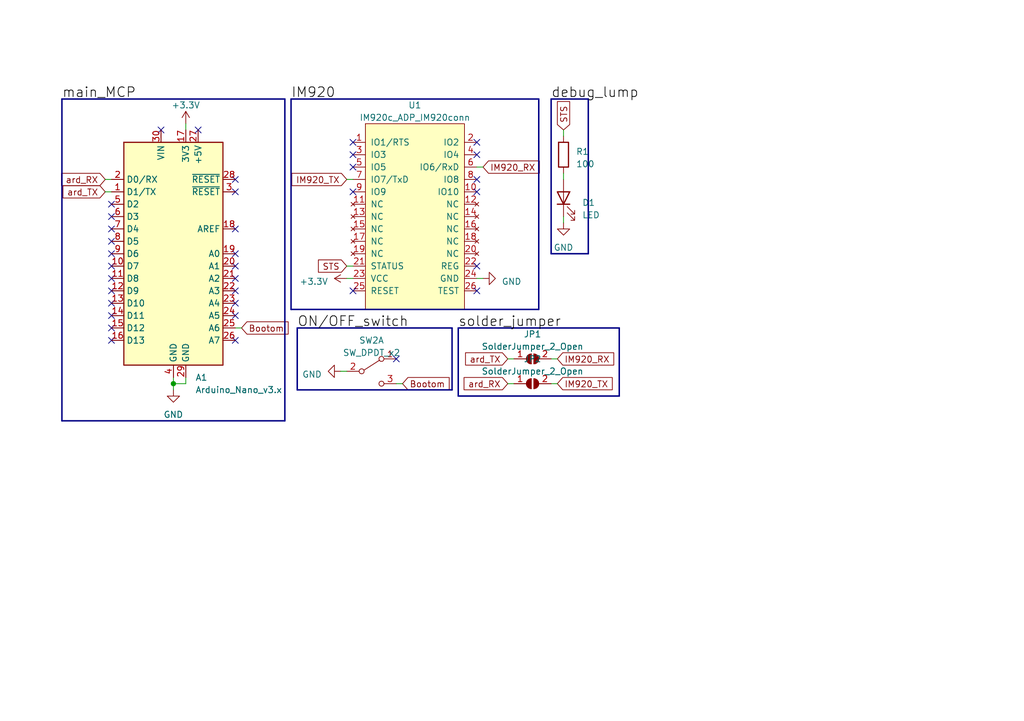
<source format=kicad_sch>
(kicad_sch (version 20230121) (generator eeschema)

  (uuid 2ad925b5-1623-4624-990e-7421faf7db80)

  (paper "A5")

  (lib_symbols
    (symbol "Device:LED" (pin_numbers hide) (pin_names (offset 1.016) hide) (in_bom yes) (on_board yes)
      (property "Reference" "D" (at 0 2.54 0)
        (effects (font (size 1.27 1.27)))
      )
      (property "Value" "LED" (at 0 -2.54 0)
        (effects (font (size 1.27 1.27)))
      )
      (property "Footprint" "" (at 0 0 0)
        (effects (font (size 1.27 1.27)) hide)
      )
      (property "Datasheet" "~" (at 0 0 0)
        (effects (font (size 1.27 1.27)) hide)
      )
      (property "ki_keywords" "LED diode" (at 0 0 0)
        (effects (font (size 1.27 1.27)) hide)
      )
      (property "ki_description" "Light emitting diode" (at 0 0 0)
        (effects (font (size 1.27 1.27)) hide)
      )
      (property "ki_fp_filters" "LED* LED_SMD:* LED_THT:*" (at 0 0 0)
        (effects (font (size 1.27 1.27)) hide)
      )
      (symbol "LED_0_1"
        (polyline
          (pts
            (xy -1.27 -1.27)
            (xy -1.27 1.27)
          )
          (stroke (width 0.254) (type default))
          (fill (type none))
        )
        (polyline
          (pts
            (xy -1.27 0)
            (xy 1.27 0)
          )
          (stroke (width 0) (type default))
          (fill (type none))
        )
        (polyline
          (pts
            (xy 1.27 -1.27)
            (xy 1.27 1.27)
            (xy -1.27 0)
            (xy 1.27 -1.27)
          )
          (stroke (width 0.254) (type default))
          (fill (type none))
        )
        (polyline
          (pts
            (xy -3.048 -0.762)
            (xy -4.572 -2.286)
            (xy -3.81 -2.286)
            (xy -4.572 -2.286)
            (xy -4.572 -1.524)
          )
          (stroke (width 0) (type default))
          (fill (type none))
        )
        (polyline
          (pts
            (xy -1.778 -0.762)
            (xy -3.302 -2.286)
            (xy -2.54 -2.286)
            (xy -3.302 -2.286)
            (xy -3.302 -1.524)
          )
          (stroke (width 0) (type default))
          (fill (type none))
        )
      )
      (symbol "LED_1_1"
        (pin passive line (at -3.81 0 0) (length 2.54)
          (name "K" (effects (font (size 1.27 1.27))))
          (number "1" (effects (font (size 1.27 1.27))))
        )
        (pin passive line (at 3.81 0 180) (length 2.54)
          (name "A" (effects (font (size 1.27 1.27))))
          (number "2" (effects (font (size 1.27 1.27))))
        )
      )
    )
    (symbol "Device:R" (pin_numbers hide) (pin_names (offset 0)) (in_bom yes) (on_board yes)
      (property "Reference" "R" (at 2.032 0 90)
        (effects (font (size 1.27 1.27)))
      )
      (property "Value" "R" (at 0 0 90)
        (effects (font (size 1.27 1.27)))
      )
      (property "Footprint" "" (at -1.778 0 90)
        (effects (font (size 1.27 1.27)) hide)
      )
      (property "Datasheet" "~" (at 0 0 0)
        (effects (font (size 1.27 1.27)) hide)
      )
      (property "ki_keywords" "R res resistor" (at 0 0 0)
        (effects (font (size 1.27 1.27)) hide)
      )
      (property "ki_description" "Resistor" (at 0 0 0)
        (effects (font (size 1.27 1.27)) hide)
      )
      (property "ki_fp_filters" "R_*" (at 0 0 0)
        (effects (font (size 1.27 1.27)) hide)
      )
      (symbol "R_0_1"
        (rectangle (start -1.016 -2.54) (end 1.016 2.54)
          (stroke (width 0.254) (type default))
          (fill (type none))
        )
      )
      (symbol "R_1_1"
        (pin passive line (at 0 3.81 270) (length 1.27)
          (name "~" (effects (font (size 1.27 1.27))))
          (number "1" (effects (font (size 1.27 1.27))))
        )
        (pin passive line (at 0 -3.81 90) (length 1.27)
          (name "~" (effects (font (size 1.27 1.27))))
          (number "2" (effects (font (size 1.27 1.27))))
        )
      )
    )
    (symbol "IM920:IM920c_ADP_IM920conn" (pin_names (offset 1.016)) (in_bom yes) (on_board yes)
      (property "Reference" "U" (at 0 13.97 0)
        (effects (font (size 1.27 1.27)))
      )
      (property "Value" "IM920c_ADP_IM920conn" (at 0 -26.67 0)
        (effects (font (size 1.27 1.27)))
      )
      (property "Footprint" "interplan:IM920(IM920c_ADP)" (at 0 13.97 0)
        (effects (font (size 1.27 1.27)) hide)
      )
      (property "Datasheet" "" (at 0 13.97 0)
        (effects (font (size 1.27 1.27)) hide)
      )
      (symbol "IM920c_ADP_IM920conn_0_1"
        (rectangle (start 10.16 12.7) (end -10.16 -25.4)
          (stroke (width 0) (type solid))
          (fill (type background))
        )
      )
      (symbol "IM920c_ADP_IM920conn_1_1"
        (pin input line (at -12.7 8.89 0) (length 2.54)
          (name "IO1/RTS" (effects (font (size 1.27 1.27))))
          (number "1" (effects (font (size 1.27 1.27))))
        )
        (pin input line (at 12.7 -1.27 180) (length 2.54)
          (name "IO10" (effects (font (size 1.27 1.27))))
          (number "10" (effects (font (size 1.27 1.27))))
        )
        (pin no_connect line (at -12.7 -3.81 0) (length 2.54)
          (name "NC" (effects (font (size 1.27 1.27))))
          (number "11" (effects (font (size 1.27 1.27))))
        )
        (pin no_connect line (at 12.7 -3.81 180) (length 2.54)
          (name "NC" (effects (font (size 1.27 1.27))))
          (number "12" (effects (font (size 1.27 1.27))))
        )
        (pin no_connect line (at -12.7 -6.35 0) (length 2.54)
          (name "NC" (effects (font (size 1.27 1.27))))
          (number "13" (effects (font (size 1.27 1.27))))
        )
        (pin no_connect line (at 12.7 -6.35 180) (length 2.54)
          (name "NC" (effects (font (size 1.27 1.27))))
          (number "14" (effects (font (size 1.27 1.27))))
        )
        (pin no_connect line (at -12.7 -8.89 0) (length 2.54)
          (name "NC" (effects (font (size 1.27 1.27))))
          (number "15" (effects (font (size 1.27 1.27))))
        )
        (pin no_connect line (at 12.7 -8.89 180) (length 2.54)
          (name "NC" (effects (font (size 1.27 1.27))))
          (number "16" (effects (font (size 1.27 1.27))))
        )
        (pin no_connect line (at -12.7 -11.43 0) (length 2.54)
          (name "NC" (effects (font (size 1.27 1.27))))
          (number "17" (effects (font (size 1.27 1.27))))
        )
        (pin no_connect line (at 12.7 -11.43 180) (length 2.54)
          (name "NC" (effects (font (size 1.27 1.27))))
          (number "18" (effects (font (size 1.27 1.27))))
        )
        (pin no_connect line (at -12.7 -13.97 0) (length 2.54)
          (name "NC" (effects (font (size 1.27 1.27))))
          (number "19" (effects (font (size 1.27 1.27))))
        )
        (pin input line (at 12.7 8.89 180) (length 2.54)
          (name "IO2" (effects (font (size 1.27 1.27))))
          (number "2" (effects (font (size 1.27 1.27))))
        )
        (pin no_connect line (at 12.7 -13.97 180) (length 2.54)
          (name "NC" (effects (font (size 1.27 1.27))))
          (number "20" (effects (font (size 1.27 1.27))))
        )
        (pin input line (at -12.7 -16.51 0) (length 2.54)
          (name "STATUS" (effects (font (size 1.27 1.27))))
          (number "21" (effects (font (size 1.27 1.27))))
        )
        (pin input line (at 12.7 -16.51 180) (length 2.54)
          (name "REG" (effects (font (size 1.27 1.27))))
          (number "22" (effects (font (size 1.27 1.27))))
        )
        (pin input line (at -12.7 -19.05 0) (length 2.54)
          (name "VCC" (effects (font (size 1.27 1.27))))
          (number "23" (effects (font (size 1.27 1.27))))
        )
        (pin input line (at 12.7 -19.05 180) (length 2.54)
          (name "GND" (effects (font (size 1.27 1.27))))
          (number "24" (effects (font (size 1.27 1.27))))
        )
        (pin input line (at -12.7 -21.59 0) (length 2.54)
          (name "RESET" (effects (font (size 1.27 1.27))))
          (number "25" (effects (font (size 1.27 1.27))))
        )
        (pin input line (at 12.7 -21.59 180) (length 2.54)
          (name "TEST" (effects (font (size 1.27 1.27))))
          (number "26" (effects (font (size 1.27 1.27))))
        )
        (pin input line (at -12.7 6.35 0) (length 2.54)
          (name "IO3" (effects (font (size 1.27 1.27))))
          (number "3" (effects (font (size 1.27 1.27))))
        )
        (pin input line (at 12.7 6.35 180) (length 2.54)
          (name "IO4" (effects (font (size 1.27 1.27))))
          (number "4" (effects (font (size 1.27 1.27))))
        )
        (pin input line (at -12.7 3.81 0) (length 2.54)
          (name "IO5" (effects (font (size 1.27 1.27))))
          (number "5" (effects (font (size 1.27 1.27))))
        )
        (pin input line (at 12.7 3.81 180) (length 2.54)
          (name "IO6/RxD" (effects (font (size 1.27 1.27))))
          (number "6" (effects (font (size 1.27 1.27))))
        )
        (pin input line (at -12.7 1.27 0) (length 2.54)
          (name "IO7/TxD" (effects (font (size 1.27 1.27))))
          (number "7" (effects (font (size 1.27 1.27))))
        )
        (pin input line (at 12.7 1.27 180) (length 2.54)
          (name "IO8" (effects (font (size 1.27 1.27))))
          (number "8" (effects (font (size 1.27 1.27))))
        )
        (pin input line (at -12.7 -1.27 0) (length 2.54)
          (name "IO9" (effects (font (size 1.27 1.27))))
          (number "9" (effects (font (size 1.27 1.27))))
        )
      )
    )
    (symbol "Jumper:SolderJumper_2_Open" (pin_names (offset 0) hide) (in_bom yes) (on_board yes)
      (property "Reference" "JP" (at 0 2.032 0)
        (effects (font (size 1.27 1.27)))
      )
      (property "Value" "SolderJumper_2_Open" (at 0 -2.54 0)
        (effects (font (size 1.27 1.27)))
      )
      (property "Footprint" "" (at 0 0 0)
        (effects (font (size 1.27 1.27)) hide)
      )
      (property "Datasheet" "~" (at 0 0 0)
        (effects (font (size 1.27 1.27)) hide)
      )
      (property "ki_keywords" "solder jumper SPST" (at 0 0 0)
        (effects (font (size 1.27 1.27)) hide)
      )
      (property "ki_description" "Solder Jumper, 2-pole, open" (at 0 0 0)
        (effects (font (size 1.27 1.27)) hide)
      )
      (property "ki_fp_filters" "SolderJumper*Open*" (at 0 0 0)
        (effects (font (size 1.27 1.27)) hide)
      )
      (symbol "SolderJumper_2_Open_0_1"
        (arc (start -0.254 1.016) (mid -1.2656 0) (end -0.254 -1.016)
          (stroke (width 0) (type default))
          (fill (type none))
        )
        (arc (start -0.254 1.016) (mid -1.2656 0) (end -0.254 -1.016)
          (stroke (width 0) (type default))
          (fill (type outline))
        )
        (polyline
          (pts
            (xy -0.254 1.016)
            (xy -0.254 -1.016)
          )
          (stroke (width 0) (type default))
          (fill (type none))
        )
        (polyline
          (pts
            (xy 0.254 1.016)
            (xy 0.254 -1.016)
          )
          (stroke (width 0) (type default))
          (fill (type none))
        )
        (arc (start 0.254 -1.016) (mid 1.2656 0) (end 0.254 1.016)
          (stroke (width 0) (type default))
          (fill (type none))
        )
        (arc (start 0.254 -1.016) (mid 1.2656 0) (end 0.254 1.016)
          (stroke (width 0) (type default))
          (fill (type outline))
        )
      )
      (symbol "SolderJumper_2_Open_1_1"
        (pin passive line (at -3.81 0 0) (length 2.54)
          (name "A" (effects (font (size 1.27 1.27))))
          (number "1" (effects (font (size 1.27 1.27))))
        )
        (pin passive line (at 3.81 0 180) (length 2.54)
          (name "B" (effects (font (size 1.27 1.27))))
          (number "2" (effects (font (size 1.27 1.27))))
        )
      )
    )
    (symbol "MCU_Module:Arduino_Nano_v3.x" (in_bom yes) (on_board yes)
      (property "Reference" "A" (at -10.16 23.495 0)
        (effects (font (size 1.27 1.27)) (justify left bottom))
      )
      (property "Value" "Arduino_Nano_v3.x" (at 5.08 -24.13 0)
        (effects (font (size 1.27 1.27)) (justify left top))
      )
      (property "Footprint" "Module:Arduino_Nano" (at 0 0 0)
        (effects (font (size 1.27 1.27) italic) hide)
      )
      (property "Datasheet" "http://www.mouser.com/pdfdocs/Gravitech_Arduino_Nano3_0.pdf" (at 0 0 0)
        (effects (font (size 1.27 1.27)) hide)
      )
      (property "ki_keywords" "Arduino nano microcontroller module USB" (at 0 0 0)
        (effects (font (size 1.27 1.27)) hide)
      )
      (property "ki_description" "Arduino Nano v3.x" (at 0 0 0)
        (effects (font (size 1.27 1.27)) hide)
      )
      (property "ki_fp_filters" "Arduino*Nano*" (at 0 0 0)
        (effects (font (size 1.27 1.27)) hide)
      )
      (symbol "Arduino_Nano_v3.x_0_1"
        (rectangle (start -10.16 22.86) (end 10.16 -22.86)
          (stroke (width 0.254) (type default))
          (fill (type background))
        )
      )
      (symbol "Arduino_Nano_v3.x_1_1"
        (pin bidirectional line (at -12.7 12.7 0) (length 2.54)
          (name "D1/TX" (effects (font (size 1.27 1.27))))
          (number "1" (effects (font (size 1.27 1.27))))
        )
        (pin bidirectional line (at -12.7 -2.54 0) (length 2.54)
          (name "D7" (effects (font (size 1.27 1.27))))
          (number "10" (effects (font (size 1.27 1.27))))
        )
        (pin bidirectional line (at -12.7 -5.08 0) (length 2.54)
          (name "D8" (effects (font (size 1.27 1.27))))
          (number "11" (effects (font (size 1.27 1.27))))
        )
        (pin bidirectional line (at -12.7 -7.62 0) (length 2.54)
          (name "D9" (effects (font (size 1.27 1.27))))
          (number "12" (effects (font (size 1.27 1.27))))
        )
        (pin bidirectional line (at -12.7 -10.16 0) (length 2.54)
          (name "D10" (effects (font (size 1.27 1.27))))
          (number "13" (effects (font (size 1.27 1.27))))
        )
        (pin bidirectional line (at -12.7 -12.7 0) (length 2.54)
          (name "D11" (effects (font (size 1.27 1.27))))
          (number "14" (effects (font (size 1.27 1.27))))
        )
        (pin bidirectional line (at -12.7 -15.24 0) (length 2.54)
          (name "D12" (effects (font (size 1.27 1.27))))
          (number "15" (effects (font (size 1.27 1.27))))
        )
        (pin bidirectional line (at -12.7 -17.78 0) (length 2.54)
          (name "D13" (effects (font (size 1.27 1.27))))
          (number "16" (effects (font (size 1.27 1.27))))
        )
        (pin power_out line (at 2.54 25.4 270) (length 2.54)
          (name "3V3" (effects (font (size 1.27 1.27))))
          (number "17" (effects (font (size 1.27 1.27))))
        )
        (pin input line (at 12.7 5.08 180) (length 2.54)
          (name "AREF" (effects (font (size 1.27 1.27))))
          (number "18" (effects (font (size 1.27 1.27))))
        )
        (pin bidirectional line (at 12.7 0 180) (length 2.54)
          (name "A0" (effects (font (size 1.27 1.27))))
          (number "19" (effects (font (size 1.27 1.27))))
        )
        (pin bidirectional line (at -12.7 15.24 0) (length 2.54)
          (name "D0/RX" (effects (font (size 1.27 1.27))))
          (number "2" (effects (font (size 1.27 1.27))))
        )
        (pin bidirectional line (at 12.7 -2.54 180) (length 2.54)
          (name "A1" (effects (font (size 1.27 1.27))))
          (number "20" (effects (font (size 1.27 1.27))))
        )
        (pin bidirectional line (at 12.7 -5.08 180) (length 2.54)
          (name "A2" (effects (font (size 1.27 1.27))))
          (number "21" (effects (font (size 1.27 1.27))))
        )
        (pin bidirectional line (at 12.7 -7.62 180) (length 2.54)
          (name "A3" (effects (font (size 1.27 1.27))))
          (number "22" (effects (font (size 1.27 1.27))))
        )
        (pin bidirectional line (at 12.7 -10.16 180) (length 2.54)
          (name "A4" (effects (font (size 1.27 1.27))))
          (number "23" (effects (font (size 1.27 1.27))))
        )
        (pin bidirectional line (at 12.7 -12.7 180) (length 2.54)
          (name "A5" (effects (font (size 1.27 1.27))))
          (number "24" (effects (font (size 1.27 1.27))))
        )
        (pin bidirectional line (at 12.7 -15.24 180) (length 2.54)
          (name "A6" (effects (font (size 1.27 1.27))))
          (number "25" (effects (font (size 1.27 1.27))))
        )
        (pin bidirectional line (at 12.7 -17.78 180) (length 2.54)
          (name "A7" (effects (font (size 1.27 1.27))))
          (number "26" (effects (font (size 1.27 1.27))))
        )
        (pin power_out line (at 5.08 25.4 270) (length 2.54)
          (name "+5V" (effects (font (size 1.27 1.27))))
          (number "27" (effects (font (size 1.27 1.27))))
        )
        (pin input line (at 12.7 15.24 180) (length 2.54)
          (name "~{RESET}" (effects (font (size 1.27 1.27))))
          (number "28" (effects (font (size 1.27 1.27))))
        )
        (pin power_in line (at 2.54 -25.4 90) (length 2.54)
          (name "GND" (effects (font (size 1.27 1.27))))
          (number "29" (effects (font (size 1.27 1.27))))
        )
        (pin input line (at 12.7 12.7 180) (length 2.54)
          (name "~{RESET}" (effects (font (size 1.27 1.27))))
          (number "3" (effects (font (size 1.27 1.27))))
        )
        (pin power_in line (at -2.54 25.4 270) (length 2.54)
          (name "VIN" (effects (font (size 1.27 1.27))))
          (number "30" (effects (font (size 1.27 1.27))))
        )
        (pin power_in line (at 0 -25.4 90) (length 2.54)
          (name "GND" (effects (font (size 1.27 1.27))))
          (number "4" (effects (font (size 1.27 1.27))))
        )
        (pin bidirectional line (at -12.7 10.16 0) (length 2.54)
          (name "D2" (effects (font (size 1.27 1.27))))
          (number "5" (effects (font (size 1.27 1.27))))
        )
        (pin bidirectional line (at -12.7 7.62 0) (length 2.54)
          (name "D3" (effects (font (size 1.27 1.27))))
          (number "6" (effects (font (size 1.27 1.27))))
        )
        (pin bidirectional line (at -12.7 5.08 0) (length 2.54)
          (name "D4" (effects (font (size 1.27 1.27))))
          (number "7" (effects (font (size 1.27 1.27))))
        )
        (pin bidirectional line (at -12.7 2.54 0) (length 2.54)
          (name "D5" (effects (font (size 1.27 1.27))))
          (number "8" (effects (font (size 1.27 1.27))))
        )
        (pin bidirectional line (at -12.7 0 0) (length 2.54)
          (name "D6" (effects (font (size 1.27 1.27))))
          (number "9" (effects (font (size 1.27 1.27))))
        )
      )
    )
    (symbol "Switch:SW_DPDT_x2" (pin_names (offset 0) hide) (in_bom yes) (on_board yes)
      (property "Reference" "SW" (at 0 4.318 0)
        (effects (font (size 1.27 1.27)))
      )
      (property "Value" "SW_DPDT_x2" (at 0 -5.08 0)
        (effects (font (size 1.27 1.27)))
      )
      (property "Footprint" "" (at 0 0 0)
        (effects (font (size 1.27 1.27)) hide)
      )
      (property "Datasheet" "~" (at 0 0 0)
        (effects (font (size 1.27 1.27)) hide)
      )
      (property "ki_keywords" "switch dual-pole double-throw DPDT spdt ON-ON" (at 0 0 0)
        (effects (font (size 1.27 1.27)) hide)
      )
      (property "ki_description" "Switch, dual pole double throw, separate symbols" (at 0 0 0)
        (effects (font (size 1.27 1.27)) hide)
      )
      (property "ki_fp_filters" "SW*DPDT*" (at 0 0 0)
        (effects (font (size 1.27 1.27)) hide)
      )
      (symbol "SW_DPDT_x2_0_0"
        (circle (center -2.032 0) (radius 0.508)
          (stroke (width 0) (type default))
          (fill (type none))
        )
        (circle (center 2.032 -2.54) (radius 0.508)
          (stroke (width 0) (type default))
          (fill (type none))
        )
      )
      (symbol "SW_DPDT_x2_0_1"
        (polyline
          (pts
            (xy -1.524 0.254)
            (xy 1.651 2.286)
          )
          (stroke (width 0) (type default))
          (fill (type none))
        )
        (circle (center 2.032 2.54) (radius 0.508)
          (stroke (width 0) (type default))
          (fill (type none))
        )
      )
      (symbol "SW_DPDT_x2_1_1"
        (pin passive line (at 5.08 2.54 180) (length 2.54)
          (name "A" (effects (font (size 1.27 1.27))))
          (number "1" (effects (font (size 1.27 1.27))))
        )
        (pin passive line (at -5.08 0 0) (length 2.54)
          (name "B" (effects (font (size 1.27 1.27))))
          (number "2" (effects (font (size 1.27 1.27))))
        )
        (pin passive line (at 5.08 -2.54 180) (length 2.54)
          (name "C" (effects (font (size 1.27 1.27))))
          (number "3" (effects (font (size 1.27 1.27))))
        )
      )
      (symbol "SW_DPDT_x2_2_1"
        (pin passive line (at 5.08 2.54 180) (length 2.54)
          (name "A" (effects (font (size 1.27 1.27))))
          (number "4" (effects (font (size 1.27 1.27))))
        )
        (pin passive line (at -5.08 0 0) (length 2.54)
          (name "B" (effects (font (size 1.27 1.27))))
          (number "5" (effects (font (size 1.27 1.27))))
        )
        (pin passive line (at 5.08 -2.54 180) (length 2.54)
          (name "C" (effects (font (size 1.27 1.27))))
          (number "6" (effects (font (size 1.27 1.27))))
        )
      )
    )
    (symbol "power:+3.3V" (power) (pin_names (offset 0)) (in_bom yes) (on_board yes)
      (property "Reference" "#PWR" (at 0 -3.81 0)
        (effects (font (size 1.27 1.27)) hide)
      )
      (property "Value" "+3.3V" (at 0 3.556 0)
        (effects (font (size 1.27 1.27)))
      )
      (property "Footprint" "" (at 0 0 0)
        (effects (font (size 1.27 1.27)) hide)
      )
      (property "Datasheet" "" (at 0 0 0)
        (effects (font (size 1.27 1.27)) hide)
      )
      (property "ki_keywords" "global power" (at 0 0 0)
        (effects (font (size 1.27 1.27)) hide)
      )
      (property "ki_description" "Power symbol creates a global label with name \"+3.3V\"" (at 0 0 0)
        (effects (font (size 1.27 1.27)) hide)
      )
      (symbol "+3.3V_0_1"
        (polyline
          (pts
            (xy -0.762 1.27)
            (xy 0 2.54)
          )
          (stroke (width 0) (type default))
          (fill (type none))
        )
        (polyline
          (pts
            (xy 0 0)
            (xy 0 2.54)
          )
          (stroke (width 0) (type default))
          (fill (type none))
        )
        (polyline
          (pts
            (xy 0 2.54)
            (xy 0.762 1.27)
          )
          (stroke (width 0) (type default))
          (fill (type none))
        )
      )
      (symbol "+3.3V_1_1"
        (pin power_in line (at 0 0 90) (length 0) hide
          (name "+3.3V" (effects (font (size 1.27 1.27))))
          (number "1" (effects (font (size 1.27 1.27))))
        )
      )
    )
    (symbol "power:GND" (power) (pin_names (offset 0)) (in_bom yes) (on_board yes)
      (property "Reference" "#PWR" (at 0 -6.35 0)
        (effects (font (size 1.27 1.27)) hide)
      )
      (property "Value" "GND" (at 0 -3.81 0)
        (effects (font (size 1.27 1.27)))
      )
      (property "Footprint" "" (at 0 0 0)
        (effects (font (size 1.27 1.27)) hide)
      )
      (property "Datasheet" "" (at 0 0 0)
        (effects (font (size 1.27 1.27)) hide)
      )
      (property "ki_keywords" "global power" (at 0 0 0)
        (effects (font (size 1.27 1.27)) hide)
      )
      (property "ki_description" "Power symbol creates a global label with name \"GND\" , ground" (at 0 0 0)
        (effects (font (size 1.27 1.27)) hide)
      )
      (symbol "GND_0_1"
        (polyline
          (pts
            (xy 0 0)
            (xy 0 -1.27)
            (xy 1.27 -1.27)
            (xy 0 -2.54)
            (xy -1.27 -1.27)
            (xy 0 -1.27)
          )
          (stroke (width 0) (type default))
          (fill (type none))
        )
      )
      (symbol "GND_1_1"
        (pin power_in line (at 0 0 270) (length 0) hide
          (name "GND" (effects (font (size 1.27 1.27))))
          (number "1" (effects (font (size 1.27 1.27))))
        )
      )
    )
  )

  (junction (at 35.56 78.74) (diameter 0) (color 0 0 0 0)
    (uuid 210071d3-586e-4cee-9771-150f6ab991d1)
  )

  (no_connect (at 22.86 52.07) (uuid 04d449f8-fc6f-43ec-9ee8-11e333015a6a))
  (no_connect (at 72.39 34.29) (uuid 096ac3a7-8028-4b86-9dc2-b8e2ab8cc699))
  (no_connect (at 22.86 49.53) (uuid 122a4367-65b8-4a93-b26f-a9887d940789))
  (no_connect (at 48.26 69.85) (uuid 193b934a-524d-423c-8cd9-08e1c478e1e1))
  (no_connect (at 33.02 26.67) (uuid 1cc3572d-1a49-447a-9ec7-e5babf3b3235))
  (no_connect (at 97.79 54.61) (uuid 203d4f24-9c40-4f04-aa24-afb53c1940aa))
  (no_connect (at 72.39 31.75) (uuid 20511043-bcd0-4e1d-b5a8-6eba5eb29b7f))
  (no_connect (at 40.64 26.67) (uuid 2464c0b1-41ae-4aa3-a72a-8639166f3c9b))
  (no_connect (at 97.79 29.21) (uuid 279e1f2a-765a-4003-993f-5cde9878f83c))
  (no_connect (at 97.79 59.69) (uuid 2d3ec486-67fe-4d7a-8b5e-e559898a72a2))
  (no_connect (at 22.86 54.61) (uuid 4a73932c-0864-46ad-94c5-0e1a369fb964))
  (no_connect (at 22.86 64.77) (uuid 4ced6df5-7a82-470a-84d2-12bd326287b5))
  (no_connect (at 22.86 46.99) (uuid 551126f6-e05b-4683-baab-d9fea2ce5a51))
  (no_connect (at 48.26 46.99) (uuid 6ccc3e4c-fafe-4380-922a-687c6bd52ecb))
  (no_connect (at 81.28 73.66) (uuid 6e4414ab-a6fe-4e27-82e7-7fe9dc6896c1))
  (no_connect (at 48.26 36.83) (uuid 6fa59f8a-7869-4c39-83f8-dd0023fecec4))
  (no_connect (at 48.26 54.61) (uuid 86b3992d-bd58-498c-9ed6-a3f21dd7d717))
  (no_connect (at 22.86 59.69) (uuid 89c96be9-ce42-4852-aa90-bebdce2aa20e))
  (no_connect (at 22.86 41.91) (uuid 964bdae9-98e1-4a13-b705-cb6cafc74a70))
  (no_connect (at 97.79 39.37) (uuid a967a7ab-e67e-44f9-9f7e-9023bb7dbde8))
  (no_connect (at 48.26 62.23) (uuid ac2d559b-8c08-42e9-a445-35ba2f9fc171))
  (no_connect (at 48.26 64.77) (uuid add3bfee-3996-46a9-b9ca-e7908673da95))
  (no_connect (at 22.86 44.45) (uuid b6c3127a-c205-4712-9c68-eaafbba1f68b))
  (no_connect (at 97.79 31.75) (uuid bf4cad41-ac9d-4faa-a425-d8731ca9b08f))
  (no_connect (at 48.26 39.37) (uuid c5c9e3c5-6990-4e23-9918-95e7e1c915e4))
  (no_connect (at 72.39 29.21) (uuid c6e37bdb-32c9-4988-bdd7-fc5f87f34133))
  (no_connect (at 22.86 69.85) (uuid ce10e833-4925-49a0-9f5a-34f9e7e721d5))
  (no_connect (at 48.26 59.69) (uuid d487f00e-8d9e-431e-aec7-b42945642e2a))
  (no_connect (at 48.26 57.15) (uuid d4b474c2-a0c3-4aa7-9ccb-26a841c82f9a))
  (no_connect (at 22.86 67.31) (uuid e2dcef80-73f9-4422-a1d3-8f06983e3e18))
  (no_connect (at 72.39 59.69) (uuid eab20119-f03a-4e22-ab60-9f002d6ca035))
  (no_connect (at 97.79 36.83) (uuid eeb4f269-e7a3-444f-9e3c-551d0512705b))
  (no_connect (at 72.39 39.37) (uuid f0f7631a-c1b0-4f57-a227-cd6276ff365f))
  (no_connect (at 22.86 57.15) (uuid f13b17d1-4c61-4068-8662-f965966c2770))
  (no_connect (at 22.86 62.23) (uuid f86e71a6-85e7-4b38-ba74-f986cbbca844))
  (no_connect (at 48.26 52.07) (uuid f91a8520-2d74-429f-93e2-f154da111b81))

  (wire (pts (xy 69.85 76.2) (xy 71.12 76.2))
    (stroke (width 0) (type default))
    (uuid 020adab6-62fe-4e2f-9c7a-bee330335ec8)
  )
  (bus (pts (xy 113.03 20.32) (xy 113.03 52.07))
    (stroke (width 0) (type default))
    (uuid 06f24988-337c-4bd7-9b98-94d5142ab6ab)
  )

  (wire (pts (xy 21.59 39.37) (xy 22.86 39.37))
    (stroke (width 0) (type default))
    (uuid 1122665e-8ed7-4ad7-8d2d-762e0c08df8a)
  )
  (wire (pts (xy 71.12 36.83) (xy 72.39 36.83))
    (stroke (width 0) (type default))
    (uuid 1499f159-40f4-4d8c-840f-b60072f897e2)
  )
  (bus (pts (xy 60.96 67.31) (xy 60.96 80.01))
    (stroke (width 0) (type default))
    (uuid 1ea9ce48-661d-4b49-9e38-0f49b7ad51b7)
  )
  (bus (pts (xy 120.65 52.07) (xy 120.65 20.32))
    (stroke (width 0) (type default))
    (uuid 2f181265-c42d-49c7-b9e9-aa32bfcfa427)
  )

  (wire (pts (xy 38.1 25.4) (xy 38.1 26.67))
    (stroke (width 0) (type default))
    (uuid 3260a8a1-314c-4596-bc71-e972237c9015)
  )
  (bus (pts (xy 60.96 67.31) (xy 92.71 67.31))
    (stroke (width 0) (type default))
    (uuid 3537892e-83b3-41c3-9ab4-29a8005e73ae)
  )

  (wire (pts (xy 35.56 77.47) (xy 35.56 78.74))
    (stroke (width 0) (type default))
    (uuid 419b7ec9-5e14-4212-b37d-b8619e66430d)
  )
  (wire (pts (xy 113.03 78.74) (xy 114.3 78.74))
    (stroke (width 0) (type default))
    (uuid 534495b3-027e-429e-9953-a8cc75b5693f)
  )
  (wire (pts (xy 48.26 67.31) (xy 49.53 67.31))
    (stroke (width 0) (type default))
    (uuid 53f63d17-f7b3-4fc8-85b4-c94ad00f697d)
  )
  (bus (pts (xy 59.69 20.32) (xy 59.69 63.5))
    (stroke (width 0) (type default))
    (uuid 74b0cc61-e24b-4ce4-a625-6463f96b6280)
  )
  (bus (pts (xy 113.03 20.32) (xy 120.65 20.32))
    (stroke (width 0) (type default))
    (uuid 79ddc994-4785-4e18-96e8-e8a2d977298e)
  )

  (wire (pts (xy 21.59 36.83) (xy 22.86 36.83))
    (stroke (width 0) (type default))
    (uuid 86f52b3d-e8d9-4c57-bca6-92ed2fec5812)
  )
  (wire (pts (xy 115.57 44.45) (xy 115.57 45.72))
    (stroke (width 0) (type default))
    (uuid 8c312c2a-f1cd-420d-83cc-43ae4aaa0c6f)
  )
  (wire (pts (xy 97.79 57.15) (xy 99.06 57.15))
    (stroke (width 0) (type default))
    (uuid 9d1bcffb-dd5b-4784-b650-98bdfa5f2735)
  )
  (bus (pts (xy 113.03 52.07) (xy 120.65 52.07))
    (stroke (width 0) (type default))
    (uuid a35a01ba-c365-489d-be56-6c92b8cd8355)
  )

  (wire (pts (xy 71.12 57.15) (xy 72.39 57.15))
    (stroke (width 0) (type default))
    (uuid a9327570-215e-4344-be25-7b23d7b429b3)
  )
  (bus (pts (xy 110.49 63.5) (xy 110.49 20.32))
    (stroke (width 0) (type default))
    (uuid acb2315a-0d33-4862-a556-68773b8381e0)
  )

  (wire (pts (xy 81.28 78.74) (xy 82.55 78.74))
    (stroke (width 0) (type default))
    (uuid b17cc650-cab2-4116-9b58-ae663a46e9d0)
  )
  (bus (pts (xy 127 81.28) (xy 127 67.31))
    (stroke (width 0) (type default))
    (uuid b2b63627-6d51-41f7-928d-a252f3a50764)
  )
  (bus (pts (xy 12.7 86.36) (xy 58.42 86.36))
    (stroke (width 0) (type default))
    (uuid b4a18552-797f-4384-abf4-01c9824683a0)
  )
  (bus (pts (xy 92.71 67.31) (xy 92.71 80.01))
    (stroke (width 0) (type default))
    (uuid b5157a27-ff33-440e-8cbf-03559aa1952a)
  )

  (wire (pts (xy 104.14 73.66) (xy 105.41 73.66))
    (stroke (width 0) (type default))
    (uuid b563580a-4c24-4518-9464-6f06a0fad4f2)
  )
  (wire (pts (xy 113.03 73.66) (xy 114.3 73.66))
    (stroke (width 0) (type default))
    (uuid b6b08922-c864-48c4-8bc1-6f059bfbf5b2)
  )
  (bus (pts (xy 58.42 86.36) (xy 58.42 20.32))
    (stroke (width 0) (type default))
    (uuid ba48041a-4aab-47a3-b372-cb36799dbb7d)
  )

  (wire (pts (xy 38.1 77.47) (xy 38.1 78.74))
    (stroke (width 0) (type default))
    (uuid bb128d8b-2d7e-4a67-be1a-166b1a020e33)
  )
  (wire (pts (xy 35.56 78.74) (xy 35.56 80.01))
    (stroke (width 0) (type default))
    (uuid c7952c7c-3a26-4c34-b8eb-619fc90feeff)
  )
  (bus (pts (xy 93.98 67.31) (xy 127 67.31))
    (stroke (width 0) (type default))
    (uuid caa4d76a-6e63-43f2-9ed3-28fba80d0aa2)
  )
  (bus (pts (xy 12.7 20.32) (xy 12.7 86.36))
    (stroke (width 0) (type default))
    (uuid cf220ed7-f490-4853-b863-a5c412b6eb4e)
  )

  (wire (pts (xy 38.1 78.74) (xy 35.56 78.74))
    (stroke (width 0) (type default))
    (uuid d0dc1b8b-5a3b-46eb-98ae-99c51eeff982)
  )
  (bus (pts (xy 92.71 80.01) (xy 60.96 80.01))
    (stroke (width 0) (type default))
    (uuid d58ed051-de11-4bcb-8a4c-c9a15b644cee)
  )

  (wire (pts (xy 71.12 54.61) (xy 72.39 54.61))
    (stroke (width 0) (type default))
    (uuid d618d8be-cc51-4e53-9ce1-fdade079d233)
  )
  (bus (pts (xy 93.98 81.28) (xy 127 81.28))
    (stroke (width 0) (type default))
    (uuid dde2056b-e3dc-4950-b562-36b5dceabf8e)
  )

  (wire (pts (xy 97.79 34.29) (xy 99.06 34.29))
    (stroke (width 0) (type default))
    (uuid e029da98-b17c-4deb-83ce-613a4a830aac)
  )
  (bus (pts (xy 93.98 67.31) (xy 93.98 81.28))
    (stroke (width 0) (type default))
    (uuid e7a9ab14-2776-49dd-bf46-2072cfd5279c)
  )
  (bus (pts (xy 59.69 63.5) (xy 110.49 63.5))
    (stroke (width 0) (type default))
    (uuid eef16d02-2c5d-4bc3-97f4-acb3e3f7c358)
  )
  (bus (pts (xy 12.7 20.32) (xy 58.42 20.32))
    (stroke (width 0) (type default))
    (uuid f29e6e37-42bf-46e4-acee-fd57945f67b9)
  )
  (bus (pts (xy 59.69 20.32) (xy 110.49 20.32))
    (stroke (width 0) (type default))
    (uuid f9589b4d-563a-4ce2-be43-ff132a15bba9)
  )

  (wire (pts (xy 104.14 78.74) (xy 105.41 78.74))
    (stroke (width 0) (type default))
    (uuid fd195a2d-4cd9-49ba-aa80-a94d04932e86)
  )
  (wire (pts (xy 115.57 26.67) (xy 115.57 27.94))
    (stroke (width 0) (type default))
    (uuid fd6c8f7f-e029-408c-b33b-353a347277cc)
  )
  (wire (pts (xy 115.57 35.56) (xy 115.57 36.83))
    (stroke (width 0) (type default))
    (uuid ffd76dbe-e446-4c5d-b30b-6fb1282edc41)
  )

  (text "IM920" (at 59.69 20.32 0)
    (effects (font (size 2 2) (color 5 5 5 1)) (justify left bottom))
    (uuid 0e5cf322-1a5e-4dfb-b7b2-418618bfbef4)
  )
  (text "main_MCP" (at 12.7 20.32 0)
    (effects (font (size 2 2) (color 5 5 5 1)) (justify left bottom))
    (uuid 0f0807b3-8c80-4a2f-8bf9-4e1265dc8a21)
  )
  (text "ON/OFF_switch" (at 60.96 67.31 0)
    (effects (font (size 2 2) (color 5 5 5 1)) (justify left bottom))
    (uuid 339d04f7-4046-4304-a02a-6d684007de57)
  )
  (text "debug_lump" (at 113.03 20.32 0)
    (effects (font (size 2 2) (color 5 5 5 1)) (justify left bottom))
    (uuid a11888f9-3842-4fe0-b49e-33bcb3957d55)
  )
  (text "solder_jumper" (at 93.98 67.31 0)
    (effects (font (size 2 2) (color 5 5 5 1)) (justify left bottom))
    (uuid e175d960-60c9-4323-b04e-a7f5d6337e5f)
  )

  (global_label "ard_RX" (shape input) (at 104.14 78.74 180) (fields_autoplaced)
    (effects (font (size 1.27 1.27)) (justify right))
    (uuid 00387ce9-30fc-427c-87e3-ec84a724ab1f)
    (property "Intersheetrefs" "${INTERSHEET_REFS}" (at 94.7029 78.74 0)
      (effects (font (size 1.27 1.27)) (justify right) hide)
    )
  )
  (global_label "STS" (shape input) (at 71.12 54.61 180) (fields_autoplaced)
    (effects (font (size 1.27 1.27)) (justify right))
    (uuid 0b62fd60-c1b2-4ee1-a3dd-9c6e159d7702)
    (property "Intersheetrefs" "${INTERSHEET_REFS}" (at 64.8276 54.61 0)
      (effects (font (size 1.27 1.27)) (justify right) hide)
    )
  )
  (global_label "IM920_RX" (shape input) (at 114.3 73.66 0) (fields_autoplaced)
    (effects (font (size 1.27 1.27)) (justify left))
    (uuid 0d49b915-a2a7-4811-9cbd-3189f39ef5f7)
    (property "Intersheetrefs" "${INTERSHEET_REFS}" (at 126.3376 73.66 0)
      (effects (font (size 1.27 1.27)) (justify left) hide)
    )
  )
  (global_label "ard_RX" (shape input) (at 21.59 36.83 180) (fields_autoplaced)
    (effects (font (size 1.27 1.27)) (justify right))
    (uuid 0dded48c-6c39-49a9-8d34-6c87e63e647b)
    (property "Intersheetrefs" "${INTERSHEET_REFS}" (at 12.1529 36.83 0)
      (effects (font (size 1.27 1.27)) (justify right) hide)
    )
  )
  (global_label "ard_TX" (shape input) (at 21.59 39.37 180) (fields_autoplaced)
    (effects (font (size 1.27 1.27)) (justify right))
    (uuid 38277b11-35f9-4df6-8143-95ccdde2b0c5)
    (property "Intersheetrefs" "${INTERSHEET_REFS}" (at 12.4553 39.37 0)
      (effects (font (size 1.27 1.27)) (justify right) hide)
    )
  )
  (global_label "ard_TX" (shape input) (at 104.14 73.66 180) (fields_autoplaced)
    (effects (font (size 1.27 1.27)) (justify right))
    (uuid 3a1d6e0b-8bf9-436b-b89f-c24712bff347)
    (property "Intersheetrefs" "${INTERSHEET_REFS}" (at 95.0053 73.66 0)
      (effects (font (size 1.27 1.27)) (justify right) hide)
    )
  )
  (global_label "IM920_TX" (shape input) (at 71.12 36.83 180) (fields_autoplaced)
    (effects (font (size 1.27 1.27)) (justify right))
    (uuid 8180a30e-a558-4848-9259-71c2529a97b2)
    (property "Intersheetrefs" "${INTERSHEET_REFS}" (at 59.3848 36.83 0)
      (effects (font (size 1.27 1.27)) (justify right) hide)
    )
  )
  (global_label "Bootom" (shape input) (at 82.55 78.74 0) (fields_autoplaced)
    (effects (font (size 1.27 1.27)) (justify left))
    (uuid 8ffca004-bdbf-4a08-9487-cc27454232b5)
    (property "Intersheetrefs" "${INTERSHEET_REFS}" (at 92.5918 78.74 0)
      (effects (font (size 1.27 1.27)) (justify left) hide)
    )
  )
  (global_label "IM920_RX" (shape input) (at 99.06 34.29 0) (fields_autoplaced)
    (effects (font (size 1.27 1.27)) (justify left))
    (uuid bb3d3565-1504-43ca-a38f-04a0e45c451a)
    (property "Intersheetrefs" "${INTERSHEET_REFS}" (at 111.0976 34.29 0)
      (effects (font (size 1.27 1.27)) (justify left) hide)
    )
  )
  (global_label "IM920_TX" (shape input) (at 114.3 78.74 0) (fields_autoplaced)
    (effects (font (size 1.27 1.27)) (justify left))
    (uuid bda37c07-9f30-4a9f-b4de-a00e89a00e60)
    (property "Intersheetrefs" "${INTERSHEET_REFS}" (at 126.0352 78.74 0)
      (effects (font (size 1.27 1.27)) (justify left) hide)
    )
  )
  (global_label "Bootom" (shape input) (at 49.53 67.31 0) (fields_autoplaced)
    (effects (font (size 1.27 1.27)) (justify left))
    (uuid bfac4e4d-3313-46f6-8d4e-0250b763972f)
    (property "Intersheetrefs" "${INTERSHEET_REFS}" (at 59.5718 67.31 0)
      (effects (font (size 1.27 1.27)) (justify left) hide)
    )
  )
  (global_label "STS" (shape input) (at 115.57 26.67 90) (fields_autoplaced)
    (effects (font (size 1.27 1.27)) (justify left))
    (uuid fd7290f2-4c5e-4c32-9c72-0b8f8c7f814f)
    (property "Intersheetrefs" "${INTERSHEET_REFS}" (at 115.57 20.3776 90)
      (effects (font (size 1.27 1.27)) (justify left) hide)
    )
  )

  (symbol (lib_id "Jumper:SolderJumper_2_Open") (at 109.22 73.66 0) (unit 1)
    (in_bom yes) (on_board yes) (dnp no) (fields_autoplaced)
    (uuid 07b3c21a-be86-46f4-8108-3fce83f8df66)
    (property "Reference" "JP1" (at 109.22 68.58 0)
      (effects (font (size 1.27 1.27)))
    )
    (property "Value" "SolderJumper_2_Open" (at 109.22 71.12 0)
      (effects (font (size 1.27 1.27)))
    )
    (property "Footprint" "Connector_PinHeader_2.54mm:PinHeader_1x02_P2.54mm_Vertical" (at 109.22 73.66 0)
      (effects (font (size 1.27 1.27)) hide)
    )
    (property "Datasheet" "~" (at 109.22 73.66 0)
      (effects (font (size 1.27 1.27)) hide)
    )
    (pin "1" (uuid 28ea42c5-34c0-45bb-9101-eac160cfe787))
    (pin "2" (uuid 35c60794-de0b-45ac-85fa-a0b78ade3a65))
    (instances
      (project "RES_project"
        (path "/2ad925b5-1623-4624-990e-7421faf7db80"
          (reference "JP1") (unit 1)
        )
      )
    )
  )

  (symbol (lib_id "power:GND") (at 35.56 80.01 0) (unit 1)
    (in_bom yes) (on_board yes) (dnp no) (fields_autoplaced)
    (uuid 19600742-ed27-484f-a04f-ad1d14e20553)
    (property "Reference" "#PWR02" (at 35.56 86.36 0)
      (effects (font (size 1.27 1.27)) hide)
    )
    (property "Value" "GND" (at 35.56 85.09 0)
      (effects (font (size 1.27 1.27)))
    )
    (property "Footprint" "" (at 35.56 80.01 0)
      (effects (font (size 1.27 1.27)) hide)
    )
    (property "Datasheet" "" (at 35.56 80.01 0)
      (effects (font (size 1.27 1.27)) hide)
    )
    (pin "1" (uuid d2cbffc1-4244-4e42-9a61-52fdfae862c9))
    (instances
      (project "RES_project"
        (path "/2ad925b5-1623-4624-990e-7421faf7db80"
          (reference "#PWR02") (unit 1)
        )
      )
    )
  )

  (symbol (lib_id "power:GND") (at 115.57 45.72 0) (unit 1)
    (in_bom yes) (on_board yes) (dnp no) (fields_autoplaced)
    (uuid 2868bafd-90fc-420e-9ca7-275b23f43312)
    (property "Reference" "#PWR06" (at 115.57 52.07 0)
      (effects (font (size 1.27 1.27)) hide)
    )
    (property "Value" "GND" (at 115.57 50.8 0)
      (effects (font (size 1.27 1.27)))
    )
    (property "Footprint" "" (at 115.57 45.72 0)
      (effects (font (size 1.27 1.27)) hide)
    )
    (property "Datasheet" "" (at 115.57 45.72 0)
      (effects (font (size 1.27 1.27)) hide)
    )
    (pin "1" (uuid 13033725-19cf-4b26-abf0-0018cee6bdf6))
    (instances
      (project "RES_project"
        (path "/2ad925b5-1623-4624-990e-7421faf7db80"
          (reference "#PWR06") (unit 1)
        )
      )
    )
  )

  (symbol (lib_id "power:GND") (at 69.85 76.2 270) (unit 1)
    (in_bom yes) (on_board yes) (dnp no) (fields_autoplaced)
    (uuid 3e99016e-e046-4eb2-864f-8e7370afbdbb)
    (property "Reference" "#PWR05" (at 63.5 76.2 0)
      (effects (font (size 1.27 1.27)) hide)
    )
    (property "Value" "GND" (at 66.04 76.835 90)
      (effects (font (size 1.27 1.27)) (justify right))
    )
    (property "Footprint" "" (at 69.85 76.2 0)
      (effects (font (size 1.27 1.27)) hide)
    )
    (property "Datasheet" "" (at 69.85 76.2 0)
      (effects (font (size 1.27 1.27)) hide)
    )
    (pin "1" (uuid f283808d-b2b5-4a86-b1d3-6f3c7cc7ae46))
    (instances
      (project "RES_project"
        (path "/2ad925b5-1623-4624-990e-7421faf7db80"
          (reference "#PWR05") (unit 1)
        )
      )
    )
  )

  (symbol (lib_id "Device:LED") (at 115.57 40.64 90) (unit 1)
    (in_bom yes) (on_board yes) (dnp no) (fields_autoplaced)
    (uuid 8fd789ac-9715-4f51-8edd-9afebab89c9c)
    (property "Reference" "D1" (at 119.38 41.5925 90)
      (effects (font (size 1.27 1.27)) (justify right))
    )
    (property "Value" "LED" (at 119.38 44.1325 90)
      (effects (font (size 1.27 1.27)) (justify right))
    )
    (property "Footprint" "LED_SMD:LED_0603_1608Metric" (at 115.57 40.64 0)
      (effects (font (size 1.27 1.27)) hide)
    )
    (property "Datasheet" "~" (at 115.57 40.64 0)
      (effects (font (size 1.27 1.27)) hide)
    )
    (pin "1" (uuid 9742c674-552e-40ea-8043-985aa078c058))
    (pin "2" (uuid e874f116-92c9-4632-8998-af59a85c3b2d))
    (instances
      (project "RES_project"
        (path "/2ad925b5-1623-4624-990e-7421faf7db80"
          (reference "D1") (unit 1)
        )
      )
    )
  )

  (symbol (lib_id "Jumper:SolderJumper_2_Open") (at 109.22 78.74 0) (unit 1)
    (in_bom yes) (on_board yes) (dnp no) (fields_autoplaced)
    (uuid a10a3966-dfd7-4ded-8871-65b503e0c704)
    (property "Reference" "JP2" (at 109.22 73.66 0)
      (effects (font (size 1.27 1.27)))
    )
    (property "Value" "SolderJumper_2_Open" (at 109.22 76.2 0)
      (effects (font (size 1.27 1.27)))
    )
    (property "Footprint" "Connector_PinHeader_2.54mm:PinHeader_1x02_P2.54mm_Vertical" (at 109.22 78.74 0)
      (effects (font (size 1.27 1.27)) hide)
    )
    (property "Datasheet" "~" (at 109.22 78.74 0)
      (effects (font (size 1.27 1.27)) hide)
    )
    (pin "1" (uuid e14a1004-764c-4865-8e70-0286e15b7814))
    (pin "2" (uuid 8317823a-a2fd-482e-b289-f62d3dc6795a))
    (instances
      (project "RES_project"
        (path "/2ad925b5-1623-4624-990e-7421faf7db80"
          (reference "JP2") (unit 1)
        )
      )
    )
  )

  (symbol (lib_id "MCU_Module:Arduino_Nano_v3.x") (at 35.56 52.07 0) (unit 1)
    (in_bom yes) (on_board yes) (dnp no) (fields_autoplaced)
    (uuid ba523348-dcc5-40dd-9015-1b490aeaf7ae)
    (property "Reference" "A1" (at 40.0559 77.47 0)
      (effects (font (size 1.27 1.27)) (justify left))
    )
    (property "Value" "Arduino_Nano_v3.x" (at 40.0559 80.01 0)
      (effects (font (size 1.27 1.27)) (justify left))
    )
    (property "Footprint" "Module:Arduino_Nano" (at 35.56 52.07 0)
      (effects (font (size 1.27 1.27) italic) hide)
    )
    (property "Datasheet" "http://www.mouser.com/pdfdocs/Gravitech_Arduino_Nano3_0.pdf" (at 35.56 52.07 0)
      (effects (font (size 1.27 1.27)) hide)
    )
    (pin "1" (uuid 65ace9e5-c113-47b7-bbef-650d9fa734fe))
    (pin "10" (uuid 923a3203-6f49-43d7-bbcd-0f2b672a2d1b))
    (pin "11" (uuid ee727703-f398-4ad3-8853-75719f133c7d))
    (pin "12" (uuid d5ba8560-b3ff-4f58-851e-00ddf2299a9a))
    (pin "13" (uuid bb903be4-ea23-4b49-b629-2868949014ed))
    (pin "14" (uuid 8364e1f1-225b-43d2-ac4a-41b2c186eda4))
    (pin "15" (uuid 8317b4a1-65fe-48b9-a074-2725d04ae09d))
    (pin "16" (uuid faff128c-848a-475d-ba68-d29359db85ff))
    (pin "17" (uuid 09c67faf-b762-4bfb-aabb-c6e4af14bdc2))
    (pin "18" (uuid 2c2f02ca-5ca2-43d6-8a6e-710d1311beef))
    (pin "19" (uuid de784c99-6f14-4b08-bd96-c8357a318670))
    (pin "2" (uuid 76c026dc-a8d4-4a3c-9213-d81bd733f142))
    (pin "20" (uuid e833c5c4-c767-4f92-b613-7170e99df36c))
    (pin "21" (uuid 6556c962-c139-4292-8c33-1ef503a9e4fc))
    (pin "22" (uuid da3a496c-69b1-4993-8eef-adf7dd37dad8))
    (pin "23" (uuid 6b529d74-80e0-4aa7-98b8-df4e26e0a760))
    (pin "24" (uuid b0e52fc9-76c6-47f5-8736-e8c6589a16e8))
    (pin "25" (uuid a6a40179-379a-49a2-95c6-4dce62c57801))
    (pin "26" (uuid d193873e-682c-4beb-866d-9cfc58b4abed))
    (pin "27" (uuid aa4bc870-dcb7-4876-a0ce-dfc8bd8db7e5))
    (pin "28" (uuid 100dfc64-1161-4a22-bc6f-6f19a350f797))
    (pin "29" (uuid d3aa05fa-584f-427e-8212-78a7cee45fae))
    (pin "3" (uuid d04a2c15-b8b2-446e-914e-df3d2313e7ac))
    (pin "30" (uuid beed0134-8029-4ff1-85de-1aa9d4c0447e))
    (pin "4" (uuid 494f68d0-8ba0-46eb-9150-6c7423e438e2))
    (pin "5" (uuid 54e0ef0e-6dcf-4b64-8a80-ed9eb242e998))
    (pin "6" (uuid db2fb89c-447a-4b75-bc29-59496bf9f6aa))
    (pin "7" (uuid 65956aab-d5b2-459c-bf93-4d02e6bc323c))
    (pin "8" (uuid 0f0445fe-b18b-4ba9-b1d7-9d64d56f8025))
    (pin "9" (uuid bd29d21a-417e-4b6b-ae56-5feb144d01f2))
    (instances
      (project "RES_project"
        (path "/2ad925b5-1623-4624-990e-7421faf7db80"
          (reference "A1") (unit 1)
        )
      )
    )
  )

  (symbol (lib_id "IM920:IM920c_ADP_IM920conn") (at 85.09 38.1 0) (unit 1)
    (in_bom yes) (on_board yes) (dnp no) (fields_autoplaced)
    (uuid bd134004-02d2-4a14-bc63-382d2e7e9832)
    (property "Reference" "U1" (at 85.09 21.59 0)
      (effects (font (size 1.27 1.27)))
    )
    (property "Value" "IM920c_ADP_IM920conn" (at 85.09 24.13 0)
      (effects (font (size 1.27 1.27)))
    )
    (property "Footprint" "IM920:IM920(IM920c_ADP)" (at 85.09 24.13 0)
      (effects (font (size 1.27 1.27)) hide)
    )
    (property "Datasheet" "" (at 85.09 24.13 0)
      (effects (font (size 1.27 1.27)) hide)
    )
    (pin "1" (uuid cf55bd84-9d63-495d-9414-9e37386beced))
    (pin "10" (uuid ca2f24d6-3048-4942-b277-ee2821eeb432))
    (pin "11" (uuid 588eb0b8-aa14-4af6-824d-b3b644527a65))
    (pin "12" (uuid fc2b32be-77b6-43ea-bf19-50fe9fc4c462))
    (pin "13" (uuid ec061cdb-99e3-487b-a5db-d98e99c39c3b))
    (pin "14" (uuid 80a07fbe-20c9-4306-8d0c-abe58952ddbe))
    (pin "15" (uuid d1db21ed-dd60-4100-9e1a-fc2f6d8348cd))
    (pin "16" (uuid b5f3510f-b591-4b65-a2ad-6c7764a1c8b5))
    (pin "17" (uuid 54b63945-0d25-4e86-9600-29c60c6998c1))
    (pin "18" (uuid f73f178a-d4c6-46c0-b0f4-a5390e94fd60))
    (pin "19" (uuid 9119647b-6eb4-4cdf-8def-78241f684d5e))
    (pin "2" (uuid 4b5ecae3-6bec-441e-8c85-7c85946eaf99))
    (pin "20" (uuid 1e773cd7-5969-4cc3-9921-872632ecf5fc))
    (pin "21" (uuid 8f6aed8b-2393-4c67-97e3-df1a4852c0aa))
    (pin "22" (uuid 283fad99-b32b-48e6-8a5d-7a3a7d38e50a))
    (pin "23" (uuid ce4a5bd1-a2e2-4f85-b80c-016cf128263f))
    (pin "24" (uuid 2fd1d9a7-2ce8-45e9-8c9c-043970718561))
    (pin "25" (uuid ca2b8577-e9a1-4af3-864a-11d1c5e78a2d))
    (pin "26" (uuid 18ce206a-dcb7-490c-a820-aa867cea0ea6))
    (pin "3" (uuid 3698a7a0-f129-4422-82b0-a1690308ac20))
    (pin "4" (uuid f7e18c49-e5b7-444a-a8aa-2411b83ff7b4))
    (pin "5" (uuid 27efaa0a-7240-40a8-8d0e-a952e559ce4b))
    (pin "6" (uuid e4e6e8ba-eb5d-4d9c-9fd6-157af2ec3571))
    (pin "7" (uuid 87ea05e9-8cf5-4d41-880b-872e81f841ba))
    (pin "8" (uuid 27c1157d-dc8c-4777-9868-6c78f06fcc67))
    (pin "9" (uuid 732ea048-466d-4f66-b373-17feaaf13c4a))
    (instances
      (project "RES_project"
        (path "/2ad925b5-1623-4624-990e-7421faf7db80"
          (reference "U1") (unit 1)
        )
      )
    )
  )

  (symbol (lib_id "power:+3.3V") (at 71.12 57.15 90) (unit 1)
    (in_bom yes) (on_board yes) (dnp no) (fields_autoplaced)
    (uuid c1eb8aec-13dc-4175-8924-2f08b6844c46)
    (property "Reference" "#PWR03" (at 74.93 57.15 0)
      (effects (font (size 1.27 1.27)) hide)
    )
    (property "Value" "+3.3V" (at 67.31 57.785 90)
      (effects (font (size 1.27 1.27)) (justify left))
    )
    (property "Footprint" "" (at 71.12 57.15 0)
      (effects (font (size 1.27 1.27)) hide)
    )
    (property "Datasheet" "" (at 71.12 57.15 0)
      (effects (font (size 1.27 1.27)) hide)
    )
    (pin "1" (uuid baa4d986-4c19-43a2-a1e6-9a906d419923))
    (instances
      (project "RES_project"
        (path "/2ad925b5-1623-4624-990e-7421faf7db80"
          (reference "#PWR03") (unit 1)
        )
      )
    )
  )

  (symbol (lib_id "Device:R") (at 115.57 31.75 0) (unit 1)
    (in_bom yes) (on_board yes) (dnp no) (fields_autoplaced)
    (uuid c551d57a-269a-497b-b50c-7d418559b85f)
    (property "Reference" "R1" (at 118.11 31.115 0)
      (effects (font (size 1.27 1.27)) (justify left))
    )
    (property "Value" "100" (at 118.11 33.655 0)
      (effects (font (size 1.27 1.27)) (justify left))
    )
    (property "Footprint" "Resistor_SMD:R_0603_1608Metric" (at 113.792 31.75 90)
      (effects (font (size 1.27 1.27)) hide)
    )
    (property "Datasheet" "~" (at 115.57 31.75 0)
      (effects (font (size 1.27 1.27)) hide)
    )
    (pin "1" (uuid d3a3eac9-7a2f-4fe5-b8bd-9a4ce0bfe3db))
    (pin "2" (uuid 1d81730d-04b5-4140-b1b1-2235ec941581))
    (instances
      (project "RES_project"
        (path "/2ad925b5-1623-4624-990e-7421faf7db80"
          (reference "R1") (unit 1)
        )
      )
    )
  )

  (symbol (lib_id "power:GND") (at 99.06 57.15 90) (unit 1)
    (in_bom yes) (on_board yes) (dnp no) (fields_autoplaced)
    (uuid df7a8ead-a9f8-4a86-9df7-0e7a065a7c76)
    (property "Reference" "#PWR04" (at 105.41 57.15 0)
      (effects (font (size 1.27 1.27)) hide)
    )
    (property "Value" "GND" (at 102.87 57.785 90)
      (effects (font (size 1.27 1.27)) (justify right))
    )
    (property "Footprint" "" (at 99.06 57.15 0)
      (effects (font (size 1.27 1.27)) hide)
    )
    (property "Datasheet" "" (at 99.06 57.15 0)
      (effects (font (size 1.27 1.27)) hide)
    )
    (pin "1" (uuid ca81c098-ddae-4656-aa01-0e69441c1ae8))
    (instances
      (project "RES_project"
        (path "/2ad925b5-1623-4624-990e-7421faf7db80"
          (reference "#PWR04") (unit 1)
        )
      )
    )
  )

  (symbol (lib_id "Switch:SW_DPDT_x2") (at 76.2 76.2 0) (unit 1)
    (in_bom yes) (on_board yes) (dnp no) (fields_autoplaced)
    (uuid f70584f6-b84d-4b4e-8c84-a86774d087a7)
    (property "Reference" "SW2" (at 76.2 69.85 0)
      (effects (font (size 1.27 1.27)))
    )
    (property "Value" "SW_DPDT_x2" (at 76.2 72.39 0)
      (effects (font (size 1.27 1.27)))
    )
    (property "Footprint" "switch_SMD_BIG:Switch_SMD_BIG" (at 76.2 76.2 0)
      (effects (font (size 1.27 1.27)) hide)
    )
    (property "Datasheet" "~" (at 76.2 76.2 0)
      (effects (font (size 1.27 1.27)) hide)
    )
    (pin "1" (uuid 05fda187-054b-4429-92b3-2889072de698))
    (pin "2" (uuid 88c4fbfa-99db-49c8-b390-9e9c80f074ef))
    (pin "3" (uuid 555ccf06-28f4-4d59-b613-12bae4121a74))
    (pin "4" (uuid a816325d-c674-47af-9096-30a4a729d35d))
    (pin "5" (uuid d7a36c36-43a8-4f54-8fee-3210cdd82a50))
    (pin "6" (uuid f3e63fb2-1484-4de3-84f7-059101a918ef))
    (instances
      (project "RES_project"
        (path "/2ad925b5-1623-4624-990e-7421faf7db80"
          (reference "SW2") (unit 1)
        )
      )
    )
  )

  (symbol (lib_id "power:+3.3V") (at 38.1 25.4 0) (unit 1)
    (in_bom yes) (on_board yes) (dnp no) (fields_autoplaced)
    (uuid fb002a0d-907e-4f29-abe5-37b7a8266167)
    (property "Reference" "#PWR01" (at 38.1 29.21 0)
      (effects (font (size 1.27 1.27)) hide)
    )
    (property "Value" "+3.3V" (at 38.1 21.59 0)
      (effects (font (size 1.27 1.27)))
    )
    (property "Footprint" "" (at 38.1 25.4 0)
      (effects (font (size 1.27 1.27)) hide)
    )
    (property "Datasheet" "" (at 38.1 25.4 0)
      (effects (font (size 1.27 1.27)) hide)
    )
    (pin "1" (uuid ebf49424-5f04-4a52-99ff-15c43a0653ba))
    (instances
      (project "RES_project"
        (path "/2ad925b5-1623-4624-990e-7421faf7db80"
          (reference "#PWR01") (unit 1)
        )
      )
    )
  )

  (sheet_instances
    (path "/" (page "1"))
  )
)

</source>
